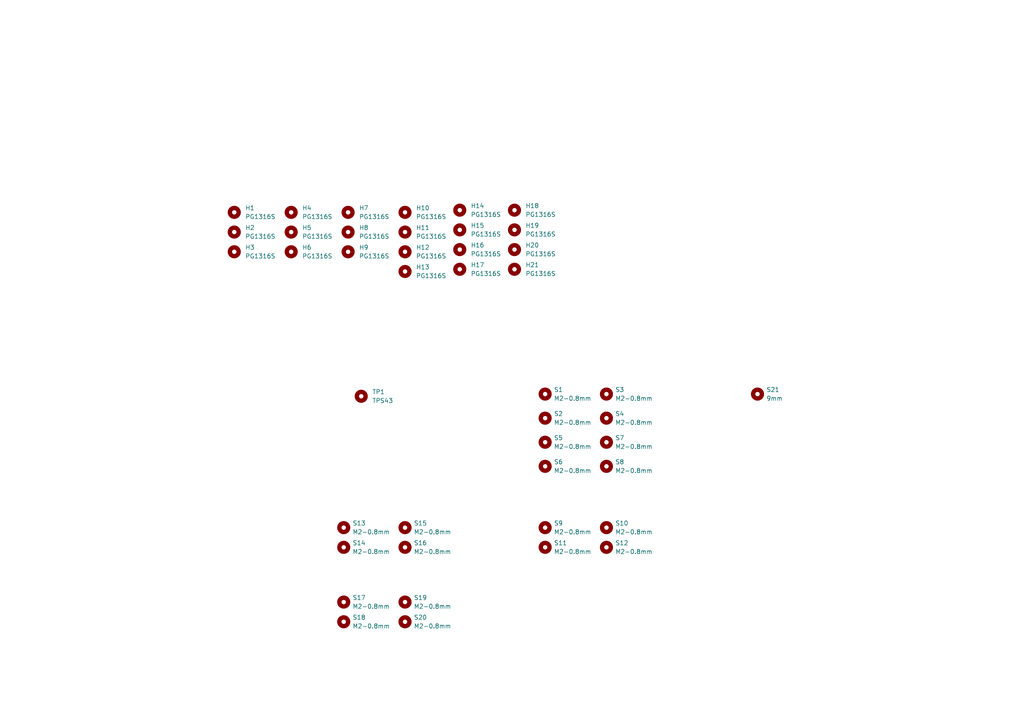
<source format=kicad_sch>
(kicad_sch (version 20230121) (generator eeschema)
  (paper "A4")
  (lib_symbols
    (symbol "Mechanical:MountingHole" (pin_names (offset 1.016))
      (property "Reference" "H" (at 0 5.08 0))
      (property "Value" "MountingHole" (at 0 3.175 0))
      (symbol "MountingHole_0_1"
        (circle (center 0 0) (radius 1.27) (stroke (width 1.27)))
      )
    )
  )
  (symbol (lib_id "Mechanical:MountingHole") (at 149.225 72.39 0) (unit 1)
    (property "Reference" "H20" (at 152.4 71.12 0) (effects (justify left)))
    (property "Value" "PG1316S" (at 152.4 73.66 0) (effects (justify left)))
    (property "Footprint" "DreaM117er-keebLibrary:SW_Kailh_PG1316S_Hole_1.00u" (effects hide))
  )
  (symbol (lib_id "Mechanical:MountingHole") (at 100.965 73.025 0) (unit 1)
    (property "Reference" "H9" (at 104.14 71.755 0) (effects (justify left)))
    (property "Value" "PG1316S" (at 104.14 74.295 0) (effects (justify left)))
    (property "Footprint" "DreaM117er-keebLibrary:SW_Kailh_PG1316S_Hole_1.00u" (effects hide))
  )
  (symbol (lib_id "Mechanical:MountingHole") (at 158.115 114.3 0) (unit 1)
    (property "Reference" "S1" (at 160.655 113.03 0) (effects (justify left)))
    (property "Value" "M2-0.8mm" (at 160.655 115.57 0) (effects (justify left)))
    (property "Footprint" "MountingHole:MountingHole_2.2mm_M2_DIN965" (effects hide))
  )
  (symbol (lib_id "Mechanical:MountingHole") (at 175.895 114.3 0) (unit 1)
    (property "Reference" "S3" (at 178.435 113.03 0) (effects (justify left)))
    (property "Value" "M2-0.8mm" (at 178.435 115.57 0) (effects (justify left)))
    (property "Footprint" "MountingHole:MountingHole_2.2mm_M2_DIN965" (effects hide))
  )
  (symbol (lib_id "Mechanical:MountingHole") (at 117.475 158.75 0) (unit 1)
    (property "Reference" "S16" (at 120.015 157.48 0) (effects (justify left)))
    (property "Value" "M2-0.8mm" (at 120.015 160.02 0) (effects (justify left)))
    (property "Footprint" "MountingHole:MountingHole_2.2mm_M2_DIN965" (effects hide))
  )
  (symbol (lib_id "Mechanical:MountingHole") (at 99.695 174.625 0) (unit 1)
    (property "Reference" "S17" (at 102.235 173.355 0) (effects (justify left)))
    (property "Value" "M2-0.8mm" (at 102.235 175.895 0) (effects (justify left)))
    (property "Footprint" "MountingHole:MountingHole_2.2mm_M2_DIN965" (effects hide))
  )
  (symbol (lib_id "Mechanical:MountingHole") (at 100.965 61.595 0) (unit 1)
    (property "Reference" "H7" (at 104.14 60.325 0) (effects (justify left)))
    (property "Value" "PG1316S" (at 104.14 62.865 0) (effects (justify left)))
    (property "Footprint" "DreaM117er-keebLibrary:SW_Kailh_PG1316S_Hole_1.00u" (effects hide))
  )
  (symbol (lib_id "Mechanical:MountingHole") (at 149.225 78.105 0) (unit 1)
    (property "Reference" "H21" (at 152.4 76.835 0) (effects (justify left)))
    (property "Value" "PG1316S" (at 152.4 79.375 0) (effects (justify left)))
    (property "Footprint" "DreaM117er-keebLibrary:SW_Kailh_PG1316S_Hole_1.00u" (effects hide))
  )
  (symbol (lib_id "Mechanical:MountingHole") (at 149.225 66.675 0) (unit 1)
    (property "Reference" "H19" (at 152.4 65.405 0) (effects (justify left)))
    (property "Value" "PG1316S" (at 152.4 67.945 0) (effects (justify left)))
    (property "Footprint" "DreaM117er-keebLibrary:SW_Kailh_PG1316S_Hole_1.00u" (effects hide))
  )
  (symbol (lib_id "Mechanical:MountingHole") (at 133.35 60.96 0) (unit 1)
    (property "Reference" "H14" (at 136.525 59.69 0) (effects (justify left)))
    (property "Value" "PG1316S" (at 136.525 62.23 0) (effects (justify left)))
    (property "Footprint" "DreaM117er-keebLibrary:SW_Kailh_PG1316S_Hole_1.00u" (effects hide))
  )
  (symbol (lib_id "Mechanical:MountingHole") (at 117.475 67.31 0) (unit 1)
    (property "Reference" "H11" (at 120.65 66.04 0) (effects (justify left)))
    (property "Value" "PG1316S" (at 120.65 68.58 0) (effects (justify left)))
    (property "Footprint" "DreaM117er-keebLibrary:SW_Kailh_PG1316S_Hole_1.00u" (effects hide))
  )
  (symbol (lib_id "Mechanical:MountingHole") (at 175.895 121.285 0) (unit 1)
    (property "Reference" "S4" (at 178.435 120.015 0) (effects (justify left)))
    (property "Value" "M2-0.8mm" (at 178.435 122.555 0) (effects (justify left)))
    (property "Footprint" "MountingHole:MountingHole_2.2mm_M2_DIN965" (effects hide))
  )
  (symbol (lib_id "Mechanical:MountingHole") (at 133.35 66.675 0) (unit 1)
    (property "Reference" "H15" (at 136.525 65.405 0) (effects (justify left)))
    (property "Value" "PG1316S" (at 136.525 67.945 0) (effects (justify left)))
    (property "Footprint" "DreaM117er-keebLibrary:SW_Kailh_PG1316S_Hole_1.00u" (effects hide))
  )
  (symbol (lib_id "Mechanical:MountingHole") (at 117.475 73.025 0) (unit 1)
    (property "Reference" "H12" (at 120.65 71.755 0) (effects (justify left)))
    (property "Value" "PG1316S" (at 120.65 74.295 0) (effects (justify left)))
    (property "Footprint" "DreaM117er-keebLibrary:SW_Kailh_PG1316S_Hole_1.00u" (effects hide))
  )
  (symbol (lib_id "Mechanical:MountingHole") (at 175.895 153.035 0) (unit 1)
    (property "Reference" "S10" (at 178.435 151.765 0) (effects (justify left)))
    (property "Value" "M2-0.8mm" (at 178.435 154.305 0) (effects (justify left)))
    (property "Footprint" "DreaM117er-keebLibrary:MAC8_TH0816-XX-M2-NPTHhole" (effects hide))
  )
  (symbol (lib_id "Mechanical:MountingHole") (at 100.965 67.31 0) (unit 1)
    (property "Reference" "H8" (at 104.14 66.04 0) (effects (justify left)))
    (property "Value" "PG1316S" (at 104.14 68.58 0) (effects (justify left)))
    (property "Footprint" "DreaM117er-keebLibrary:SW_Kailh_PG1316S_Hole_1.00u" (effects hide))
  )
  (symbol (lib_id "Mechanical:MountingHole") (at 175.895 135.255 0) (unit 1)
    (property "Reference" "S8" (at 178.435 133.985 0) (effects (justify left)))
    (property "Value" "M2-0.8mm" (at 178.435 136.525 0) (effects (justify left)))
    (property "Footprint" "MountingHole:MountingHole_2.2mm_M2_DIN965" (effects hide))
  )
  (symbol (lib_id "Mechanical:MountingHole") (at 117.475 153.035 0) (unit 1)
    (property "Reference" "S15" (at 120.015 151.765 0) (effects (justify left)))
    (property "Value" "M2-0.8mm" (at 120.015 154.305 0) (effects (justify left)))
    (property "Footprint" "MountingHole:MountingHole_2.2mm_M2_DIN965" (effects hide))
  )
  (symbol (lib_id "Mechanical:MountingHole") (at 117.475 174.625 0) (unit 1)
    (property "Reference" "S19" (at 120.015 173.355 0) (effects (justify left)))
    (property "Value" "M2-0.8mm" (at 120.015 175.895 0) (effects (justify left)))
    (property "Footprint" "MountingHole:MountingHole_2.2mm_M2_DIN965" (effects hide))
  )
  (symbol (lib_id "Mechanical:MountingHole") (at 99.695 153.035 0) (unit 1)
    (property "Reference" "S13" (at 102.235 151.765 0) (effects (justify left)))
    (property "Value" "M2-0.8mm" (at 102.235 154.305 0) (effects (justify left)))
    (property "Footprint" "MountingHole:MountingHole_2.2mm_M2_DIN965" (effects hide))
  )
  (symbol (lib_id "Mechanical:MountingHole") (at 84.455 73.025 0) (unit 1)
    (property "Reference" "H6" (at 87.63 71.755 0) (effects (justify left)))
    (property "Value" "PG1316S" (at 87.63 74.295 0) (effects (justify left)))
    (property "Footprint" "DreaM117er-keebLibrary:SW_Kailh_PG1316S_Hole_1.00u" (effects hide))
  )
  (symbol (lib_id "Mechanical:MountingHole") (at 117.475 78.74 0) (unit 1)
    (property "Reference" "H13" (at 120.65 77.47 0) (effects (justify left)))
    (property "Value" "PG1316S" (at 120.65 80.01 0) (effects (justify left)))
    (property "Footprint" "DreaM117er-keebLibrary:SW_Kailh_PG1316S_Hole_1.00u" (effects hide))
  )
  (symbol (lib_id "Mechanical:MountingHole") (at 158.115 121.285 0) (unit 1)
    (property "Reference" "S2" (at 160.655 120.015 0) (effects (justify left)))
    (property "Value" "M2-0.8mm" (at 160.655 122.555 0) (effects (justify left)))
    (property "Footprint" "MountingHole:MountingHole_2.2mm_M2_DIN965" (effects hide))
  )
  (symbol (lib_id "Mechanical:MountingHole") (at 117.475 61.595 0) (unit 1)
    (property "Reference" "H10" (at 120.65 60.325 0) (effects (justify left)))
    (property "Value" "PG1316S" (at 120.65 62.865 0) (effects (justify left)))
    (property "Footprint" "DreaM117er-keebLibrary:SW_Kailh_PG1316S_Hole_1.00u" (effects hide))
  )
  (symbol (lib_id "Mechanical:MountingHole") (at 67.945 67.31 0) (unit 1)
    (property "Reference" "H2" (at 71.12 66.04 0) (effects (justify left)))
    (property "Value" "PG1316S" (at 71.12 68.58 0) (effects (justify left)))
    (property "Footprint" "DreaM117er-keebLibrary:SW_Kailh_PG1316S_Hole_1.00u" (effects hide))
  )
  (symbol (lib_id "Mechanical:MountingHole") (at 158.115 128.27 0) (unit 1)
    (property "Reference" "S5" (at 160.655 127 0) (effects (justify left)))
    (property "Value" "M2-0.8mm" (at 160.655 129.54 0) (effects (justify left)))
    (property "Footprint" "MountingHole:MountingHole_2.2mm_M2_DIN965" (effects hide))
  )
  (symbol (lib_id "Mechanical:MountingHole") (at 67.945 61.595 0) (unit 1)
    (property "Reference" "H1" (at 71.12 60.325 0) (effects (justify left)))
    (property "Value" "PG1316S" (at 71.12 62.865 0) (effects (justify left)))
    (property "Footprint" "DreaM117er-keebLibrary:SW_Kailh_PG1316S_Hole_1.00u" (effects hide))
  )
  (symbol (lib_id "Mechanical:MountingHole") (at 104.775 114.935 0) (unit 1)
    (property "Reference" "TP1" (at 107.95 113.665 0) (effects (justify left)))
    (property "Value" "TPS43" (at 107.95 116.205 0) (effects (justify left)))
    (property "Footprint" "DreaM117er-keebLibrary:Azoteq_TPS43_201A_S" (effects hide))
  )
  (symbol (lib_id "Mechanical:MountingHole") (at 67.945 73.025 0) (unit 1)
    (property "Reference" "H3" (at 71.12 71.755 0) (effects (justify left)))
    (property "Value" "PG1316S" (at 71.12 74.295 0) (effects (justify left)))
    (property "Footprint" "DreaM117er-keebLibrary:SW_Kailh_PG1316S_Hole_1.00u" (effects hide))
  )
  (symbol (lib_id "Mechanical:MountingHole") (at 219.71 114.3 0) (unit 1)
    (property "Reference" "S21" (at 222.25 113.03 0) (effects (justify left)))
    (property "Value" "9mm" (at 222.25 115.57 0) (effects (justify left)))
    (property "Footprint" "DreaM117er-keebLibrary:MAC8_TH0816-XX-M2-NPTHhole" (effects hide))
  )
  (symbol (lib_id "Mechanical:MountingHole") (at 175.895 128.27 0) (unit 1)
    (property "Reference" "S7" (at 178.435 127 0) (effects (justify left)))
    (property "Value" "M2-0.8mm" (at 178.435 129.54 0) (effects (justify left)))
    (property "Footprint" "MountingHole:MountingHole_2.2mm_M2_DIN965" (effects hide))
  )
  (symbol (lib_id "Mechanical:MountingHole") (at 84.455 67.31 0) (unit 1)
    (property "Reference" "H5" (at 87.63 66.04 0) (effects (justify left)))
    (property "Value" "PG1316S" (at 87.63 68.58 0) (effects (justify left)))
    (property "Footprint" "DreaM117er-keebLibrary:SW_Kailh_PG1316S_Hole_1.00u" (effects hide))
  )
  (symbol (lib_id "Mechanical:MountingHole") (at 133.35 72.39 0) (unit 1)
    (property "Reference" "H16" (at 136.525 71.12 0) (effects (justify left)))
    (property "Value" "PG1316S" (at 136.525 73.66 0) (effects (justify left)))
    (property "Footprint" "DreaM117er-keebLibrary:SW_Kailh_PG1316S_Hole_1.00u" (effects hide))
  )
  (symbol (lib_id "Mechanical:MountingHole") (at 84.455 61.595 0) (unit 1)
    (property "Reference" "H4" (at 87.63 60.325 0) (effects (justify left)))
    (property "Value" "PG1316S" (at 87.63 62.865 0) (effects (justify left)))
    (property "Footprint" "DreaM117er-keebLibrary:SW_Kailh_PG1316S_Hole_1.00u" (effects hide))
  )
  (symbol (lib_id "Mechanical:MountingHole") (at 149.225 60.96 0) (unit 1)
    (property "Reference" "H18" (at 152.4 59.69 0) (effects (justify left)))
    (property "Value" "PG1316S" (at 152.4 62.23 0) (effects (justify left)))
    (property "Footprint" "DreaM117er-keebLibrary:SW_Kailh_PG1316S_Hole_1.00u" (effects hide))
  )
  (symbol (lib_id "Mechanical:MountingHole") (at 158.115 153.035 0) (unit 1)
    (property "Reference" "S9" (at 160.655 151.765 0) (effects (justify left)))
    (property "Value" "M2-0.8mm" (at 160.655 154.305 0) (effects (justify left)))
    (property "Footprint" "DreaM117er-keebLibrary:MAC8_TH0816-XX-M2-NPTHhole" (effects hide))
  )
  (symbol (lib_id "Mechanical:MountingHole") (at 158.115 158.75 0) (unit 1)
    (property "Reference" "S11" (at 160.655 157.48 0) (effects (justify left)))
    (property "Value" "M2-0.8mm" (at 160.655 160.02 0) (effects (justify left)))
    (property "Footprint" "DreaM117er-keebLibrary:MAC8_TH0816-XX-M2-NPTHhole" (effects hide))
  )
  (symbol (lib_id "Mechanical:MountingHole") (at 175.895 158.75 0) (unit 1)
    (property "Reference" "S12" (at 178.435 157.48 0) (effects (justify left)))
    (property "Value" "M2-0.8mm" (at 178.435 160.02 0) (effects (justify left)))
    (property "Footprint" "DreaM117er-keebLibrary:MAC8_TH0816-XX-M2-NPTHhole" (effects hide))
  )
  (symbol (lib_id "Mechanical:MountingHole") (at 133.35 78.105 0) (unit 1)
    (property "Reference" "H17" (at 136.525 76.835 0) (effects (justify left)))
    (property "Value" "PG1316S" (at 136.525 79.375 0) (effects (justify left)))
    (property "Footprint" "DreaM117er-keebLibrary:SW_Kailh_PG1316S_Hole_1.00u" (effects hide))
  )
  (symbol (lib_id "Mechanical:MountingHole") (at 99.695 180.34 0) (unit 1)
    (property "Reference" "S18" (at 102.235 179.07 0) (effects (justify left)))
    (property "Value" "M2-0.8mm" (at 102.235 181.61 0) (effects (justify left)))
    (property "Footprint" "MountingHole:MountingHole_2.2mm_M2_DIN965" (effects hide))
  )
  (symbol (lib_id "Mechanical:MountingHole") (at 117.475 180.34 0) (unit 1)
    (property "Reference" "S20" (at 120.015 179.07 0) (effects (justify left)))
    (property "Value" "M2-0.8mm" (at 120.015 181.61 0) (effects (justify left)))
    (property "Footprint" "MountingHole:MountingHole_2.2mm_M2_DIN965" (effects hide))
  )
  (symbol (lib_id "Mechanical:MountingHole") (at 158.115 135.255 0) (unit 1)
    (property "Reference" "S6" (at 160.655 133.985 0) (effects (justify left)))
    (property "Value" "M2-0.8mm" (at 160.655 136.525 0) (effects (justify left)))
    (property "Footprint" "MountingHole:MountingHole_2.2mm_M2_DIN965" (effects hide))
  )
  (symbol (lib_id "Mechanical:MountingHole") (at 99.695 158.75 0) (unit 1)
    (property "Reference" "S14" (at 102.235 157.48 0) (effects (justify left)))
    (property "Value" "M2-0.8mm" (at 102.235 160.02 0) (effects (justify left)))
    (property "Footprint" "MountingHole:MountingHole_2.2mm_M2_DIN965" (effects hide))
  )
)
</source>
